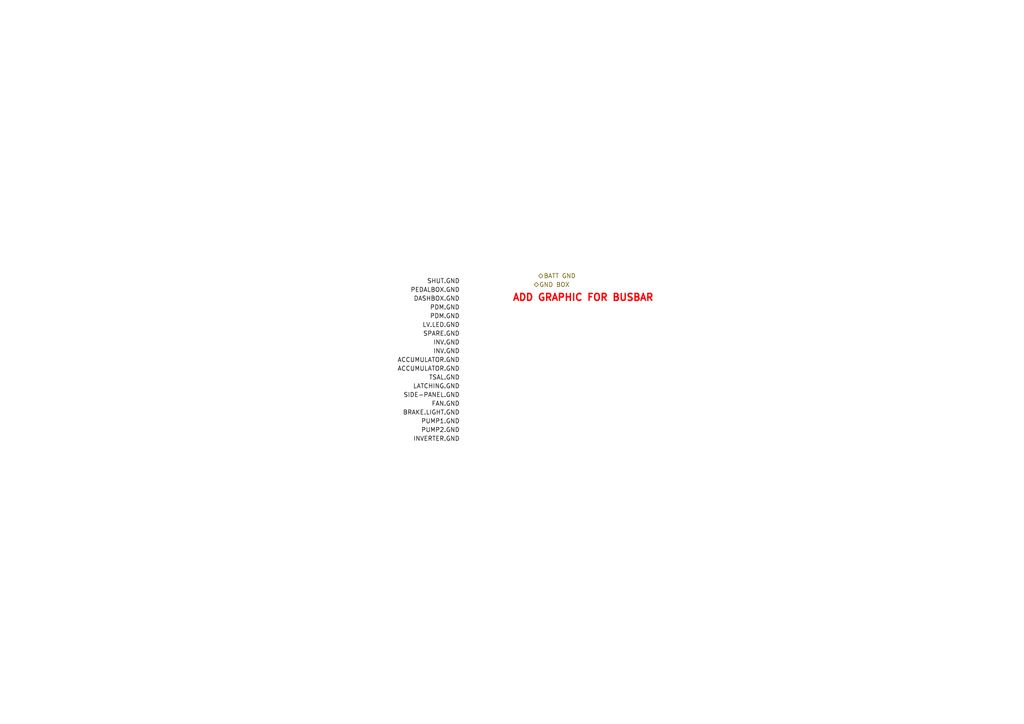
<source format=kicad_sch>
(kicad_sch
	(version 20231120)
	(generator "eeschema")
	(generator_version "8.0")
	(uuid "96754cf4-3e81-41c2-91e4-e4e189bc85e1")
	(paper "A4")
	(title_block
		(title "DEVICE - GROUND BOX")
	)
	(lib_symbols)
	(text "ADD GRAPHIC FOR BUSBAR"
		(exclude_from_sim no)
		(at 148.59 87.63 0)
		(effects
			(font
				(size 2 2)
				(thickness 0.4)
				(bold yes)
				(color 255 0 0 1)
			)
			(justify left bottom)
		)
		(uuid "710b79a0-6948-424e-a02a-b81241598f2e")
	)
	(label "PEDALBOX.GND"
		(at 133.35 85.09 180)
		(fields_autoplaced yes)
		(effects
			(font
				(size 1.27 1.27)
			)
			(justify right bottom)
		)
		(uuid "04452844-673a-42b6-9620-49dd67055ad5")
	)
	(label "SHUT.GND"
		(at 133.35 82.55 180)
		(fields_autoplaced yes)
		(effects
			(font
				(size 1.27 1.27)
			)
			(justify right bottom)
		)
		(uuid "0beab037-573c-4bb5-8628-3fd1d98b3d61")
	)
	(label "PUMP2.GND"
		(at 133.35 125.73 180)
		(fields_autoplaced yes)
		(effects
			(font
				(size 1.27 1.27)
			)
			(justify right bottom)
		)
		(uuid "1d438e72-b1a0-435c-92d3-d977cd69c866")
	)
	(label "BRAKE.LIGHT.GND"
		(at 133.35 120.65 180)
		(fields_autoplaced yes)
		(effects
			(font
				(size 1.27 1.27)
			)
			(justify right bottom)
		)
		(uuid "26ea1287-aa58-40ca-b503-839275356375")
	)
	(label "PUMP1.GND"
		(at 133.35 123.19 180)
		(fields_autoplaced yes)
		(effects
			(font
				(size 1.27 1.27)
			)
			(justify right bottom)
		)
		(uuid "3a9e15a8-12ed-4894-8f51-b5be42a1c220")
	)
	(label "SPARE.GND"
		(at 133.35 97.79 180)
		(fields_autoplaced yes)
		(effects
			(font
				(size 1.27 1.27)
			)
			(justify right bottom)
		)
		(uuid "618c273d-c212-4c38-8c35-a2426134651b")
	)
	(label "SIDE-PANEL.GND"
		(at 133.35 115.57 180)
		(fields_autoplaced yes)
		(effects
			(font
				(size 1.27 1.27)
			)
			(justify right bottom)
		)
		(uuid "80e6d1f7-4b55-43ba-ab75-6e84299dbd87")
	)
	(label "LV.LED.GND"
		(at 133.35 95.25 180)
		(fields_autoplaced yes)
		(effects
			(font
				(size 1.27 1.27)
			)
			(justify right bottom)
		)
		(uuid "8a1cf2d4-62d8-4ef0-ae99-c97e48f9da67")
	)
	(label "ACCUMULATOR.GND"
		(at 133.35 105.41 180)
		(fields_autoplaced yes)
		(effects
			(font
				(size 1.27 1.27)
			)
			(justify right bottom)
		)
		(uuid "95ebfbce-d76c-4541-a189-20f8734d4212")
	)
	(label "ACCUMULATOR.GND"
		(at 133.35 107.95 180)
		(fields_autoplaced yes)
		(effects
			(font
				(size 1.27 1.27)
			)
			(justify right bottom)
		)
		(uuid "ab5344a9-8b13-49a1-a01d-dc9d34ec0698")
	)
	(label "INV.GND"
		(at 133.35 100.33 180)
		(fields_autoplaced yes)
		(effects
			(font
				(size 1.27 1.27)
			)
			(justify right bottom)
		)
		(uuid "abfde172-02b5-4900-88d1-8b686b7ea726")
	)
	(label "INVERTER.GND"
		(at 133.35 128.27 180)
		(fields_autoplaced yes)
		(effects
			(font
				(size 1.27 1.27)
			)
			(justify right bottom)
		)
		(uuid "ac13995d-6bd8-4c7e-86e1-6e73785fa475")
	)
	(label "FAN.GND"
		(at 133.35 118.11 180)
		(fields_autoplaced yes)
		(effects
			(font
				(size 1.27 1.27)
			)
			(justify right bottom)
		)
		(uuid "ac545a6f-c8be-4c99-9327-eb3240032d33")
	)
	(label "PDM.GND"
		(at 133.35 90.17 180)
		(fields_autoplaced yes)
		(effects
			(font
				(size 1.27 1.27)
			)
			(justify right bottom)
		)
		(uuid "acd3651c-bcd5-454c-b413-ae41dfd5b19f")
	)
	(label "LATCHING.GND"
		(at 133.35 113.03 180)
		(fields_autoplaced yes)
		(effects
			(font
				(size 1.27 1.27)
			)
			(justify right bottom)
		)
		(uuid "cce23b5b-4d90-40c9-baf8-8fbd046bcb58")
	)
	(label "PDM.GND"
		(at 133.35 92.71 180)
		(fields_autoplaced yes)
		(effects
			(font
				(size 1.27 1.27)
			)
			(justify right bottom)
		)
		(uuid "d958270c-3944-4ec3-9e29-403114d90576")
	)
	(label "INV.GND"
		(at 133.35 102.87 180)
		(fields_autoplaced yes)
		(effects
			(font
				(size 1.27 1.27)
			)
			(justify right bottom)
		)
		(uuid "df67cc6d-c702-4dee-85c0-0e5880e96833")
	)
	(label "TSAL.GND"
		(at 133.35 110.49 180)
		(fields_autoplaced yes)
		(effects
			(font
				(size 1.27 1.27)
			)
			(justify right bottom)
		)
		(uuid "e489d488-d092-4285-8c5e-30d5d3dcb1b7")
	)
	(label "DASHBOX.GND"
		(at 133.35 87.63 180)
		(fields_autoplaced yes)
		(effects
			(font
				(size 1.27 1.27)
			)
			(justify right bottom)
		)
		(uuid "fca1ea77-0f54-4a1c-b267-59ce66cabc31")
	)
	(hierarchical_label "BATT GND"
		(shape bidirectional)
		(at 156.21 80.01 0)
		(fields_autoplaced yes)
		(effects
			(font
				(size 1.27 1.27)
			)
			(justify left)
		)
		(uuid "4716ff08-1926-4c6c-9cc5-86bb11b678a7")
	)
	(hierarchical_label "GND BOX"
		(shape bidirectional)
		(at 154.94 82.55 0)
		(fields_autoplaced yes)
		(effects
			(font
				(size 1.27 1.27)
			)
			(justify left)
		)
		(uuid "5bf06144-01f8-4181-aa61-3976de10ffb1")
	)
)

</source>
